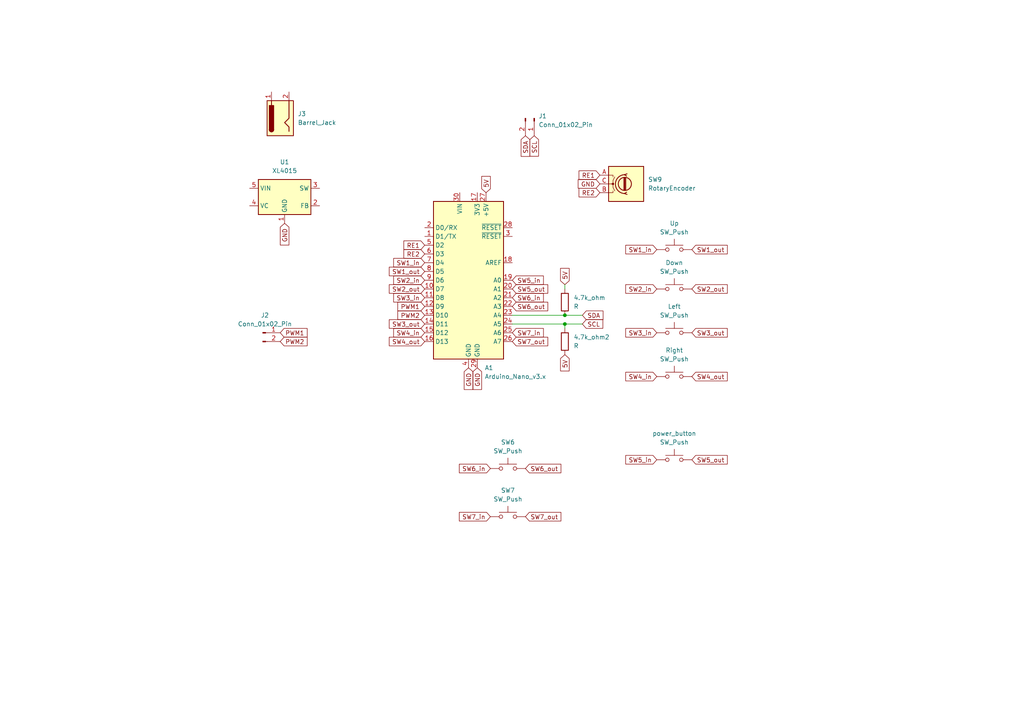
<source format=kicad_sch>
(kicad_sch (version 20250114) (generator "eeschema") (generator_version "9.0")
  (paper "A4")
  (lib_symbols
    (symbol "Connector:Barrel_Jack" (pin_names (offset 1.016))
      (property "Reference" "J" (at 0 5.334 0))
      (property "Value" "Barrel_Jack" (at 0 -5.08 0))
      (symbol "Barrel_Jack_0_1"
        (rectangle (start -5.08 3.81) (end 5.08 -3.81) (stroke (width 0.254)) (fill (type background)))
        (polyline (pts (xy -3.81 -2.54) (xy -2.54 -2.54) (xy -1.27 -1.27) (xy 0 -2.54) (xy 2.54 -2.54) (xy 5.08 -2.54)) (stroke (width 0.254)))
        (arc (start -3.302 1.905) (mid -3.9343 2.54) (end -3.302 3.175) (stroke (width 0.254)))
        (arc (start -3.302 1.905) (mid -3.9343 2.54) (end -3.302 3.175) (stroke (width 0.254)) (fill (type outline)))
        (rectangle (start 3.683 3.175) (end -3.302 1.905) (stroke (width 0.254)) (fill (type outline)))
        (polyline (pts (xy 5.08 2.54) (xy 3.81 2.54)) (stroke (width 0.254)))
      )
      (symbol "Barrel_Jack_1_1"
        (pin passive line (at 7.62 2.54 180) (length 2.54) (name "~") (number "1"))
        (pin passive line (at 7.62 -2.54 180) (length 2.54) (name "~") (number "2"))
      )
    )
    (symbol "Connector:Conn_01x02_Pin" (pin_names (offset 1.016) (hide yes))
      (property "Reference" "J" (at 0 2.54 0))
      (property "Value" "Conn_01x02_Pin" (at 0 -5.08 0))
      (symbol "Conn_01x02_Pin_1_1"
        (rectangle (start 0.8636 0.127) (end 0 -0.127) (stroke (width 0.1524)) (fill (type outline)))
        (rectangle (start 0.8636 -2.413) (end 0 -2.667) (stroke (width 0.1524)) (fill (type outline)))
        (polyline (pts (xy 1.27 0) (xy 0.8636 0)) (stroke (width 0.1524)))
        (polyline (pts (xy 1.27 -2.54) (xy 0.8636 -2.54)) (stroke (width 0.1524)))
        (pin passive line (at 5.08 0 180) (length 3.81) (name "Pin_1") (number "1"))
        (pin passive line (at 5.08 -2.54 180) (length 3.81) (name "Pin_2") (number "2"))
      )
    )
    (symbol "Device:R" (pin_numbers (hide yes)) (pin_names (offset 0))
      (property "Reference" "R" (at 2.032 0 90))
      (property "Value" "R" (at 0 0 90))
      (symbol "R_0_1"
        (rectangle (start -1.016 -2.54) (end 1.016 2.54) (stroke (width 0.254)))
      )
      (symbol "R_1_1"
        (pin passive line (at 0 3.81 270) (length 1.27) (name "~") (number "1"))
        (pin passive line (at 0 -3.81 90) (length 1.27) (name "~") (number "2"))
      )
    )
    (symbol "Device:RotaryEncoder" (pin_names (offset 0.254) (hide yes))
      (property "Reference" "SW" (at 0 6.604 0))
      (property "Value" "RotaryEncoder" (at 0 -6.604 0))
      (symbol "RotaryEncoder_0_1"
        (rectangle (start -5.08 5.08) (end 5.08 -5.08) (stroke (width 0.254)) (fill (type background)))
        (polyline (pts (xy -5.08 2.54) (xy -3.81 2.54) (xy -3.81 2.032)))
        (polyline (pts (xy -5.08 0) (xy -3.81 0) (xy -3.81 -1.016) (xy -3.302 -2.032)))
        (polyline (pts (xy -5.08 -2.54) (xy -3.81 -2.54) (xy -3.81 -2.032)))
        (polyline (pts (xy -4.318 0) (xy -3.81 0) (xy -3.81 1.016) (xy -3.302 2.032)))
        (circle (center -3.81 0) (radius 0.254) (fill (type outline)))
        (polyline (pts (xy -0.635 -1.778) (xy -0.635 1.778)) (stroke (width 0.254)))
        (circle (center -0.381 0) (radius 1.905) (stroke (width 0.254)))
        (polyline (pts (xy -0.381 -1.778) (xy -0.381 1.778)) (stroke (width 0.254)))
        (arc (start -0.381 -2.794) (mid -3.0988 -0.0635) (end -0.381 2.667) (stroke (width 0.254)))
        (polyline (pts (xy -0.127 1.778) (xy -0.127 -1.778)) (stroke (width 0.254)))
        (polyline (pts (xy 0.254 2.921) (xy -0.508 2.667) (xy 0.127 2.286)) (stroke (width 0.254)))
        (polyline (pts (xy 0.254 -3.048) (xy -0.508 -2.794) (xy 0.127 -2.413)) (stroke (width 0.254)))
      )
      (symbol "RotaryEncoder_1_1"
        (pin passive line (at -7.62 2.54 0) (length 2.54) (name "A") (number "A"))
        (pin passive line (at -7.62 0 0) (length 2.54) (name "C") (number "C"))
        (pin passive line (at -7.62 -2.54 0) (length 2.54) (name "B") (number "B"))
      )
    )
    (symbol "MCU_Module:Arduino_Nano_v3.x"
      (property "Reference" "A" (at -10.16 23.495 0))
      (property "Value" "Arduino_Nano_v3.x" (at 5.08 -24.13 0))
      (symbol "Arduino_Nano_v3.x_0_1"
        (rectangle (start -10.16 22.86) (end 10.16 -22.86) (stroke (width 0.254)) (fill (type background)))
      )
      (symbol "Arduino_Nano_v3.x_1_1"
        (pin bidirectional line (at -12.7 15.24 0) (length 2.54) (name "D0/RX") (number "2"))
        (pin bidirectional line (at -12.7 12.7 0) (length 2.54) (name "D1/TX") (number "1"))
        (pin bidirectional line (at -12.7 10.16 0) (length 2.54) (name "D2") (number "5"))
        (pin bidirectional line (at -12.7 7.62 0) (length 2.54) (name "D3") (number "6"))
        (pin bidirectional line (at -12.7 5.08 0) (length 2.54) (name "D4") (number "7"))
        (pin bidirectional line (at -12.7 2.54 0) (length 2.54) (name "D5") (number "8"))
        (pin bidirectional line (at -12.7 0 0) (length 2.54) (name "D6") (number "9"))
        (pin bidirectional line (at -12.7 -2.54 0) (length 2.54) (name "D7") (number "10"))
        (pin bidirectional line (at -12.7 -5.08 0) (length 2.54) (name "D8") (number "11"))
        (pin bidirectional line (at -12.7 -7.62 0) (length 2.54) (name "D9") (number "12"))
        (pin bidirectional line (at -12.7 -10.16 0) (length 2.54) (name "D10") (number "13"))
        (pin bidirectional line (at -12.7 -12.7 0) (length 2.54) (name "D11") (number "14"))
        (pin bidirectional line (at -12.7 -15.24 0) (length 2.54) (name "D12") (number "15"))
        (pin bidirectional line (at -12.7 -17.78 0) (length 2.54) (name "D13") (number "16"))
        (pin power_in line (at -2.54 25.4 270) (length 2.54) (name "VIN") (number "30"))
        (pin power_in line (at 0 -25.4 90) (length 2.54) (name "GND") (number "4"))
        (pin power_out line (at 2.54 25.4 270) (length 2.54) (name "3V3") (number "17"))
        (pin power_in line (at 2.54 -25.4 90) (length 2.54) (name "GND") (number "29"))
        (pin power_out line (at 5.08 25.4 270) (length 2.54) (name "+5V") (number "27"))
        (pin input line (at 12.7 15.24 180) (length 2.54) (name "~{RESET}") (number "28"))
        (pin input line (at 12.7 12.7 180) (length 2.54) (name "~{RESET}") (number "3"))
        (pin input line (at 12.7 5.08 180) (length 2.54) (name "AREF") (number "18"))
        (pin bidirectional line (at 12.7 0 180) (length 2.54) (name "A0") (number "19"))
        (pin bidirectional line (at 12.7 -2.54 180) (length 2.54) (name "A1") (number "20"))
        (pin bidirectional line (at 12.7 -5.08 180) (length 2.54) (name "A2") (number "21"))
        (pin bidirectional line (at 12.7 -7.62 180) (length 2.54) (name "A3") (number "22"))
        (pin bidirectional line (at 12.7 -10.16 180) (length 2.54) (name "A4") (number "23"))
        (pin bidirectional line (at 12.7 -12.7 180) (length 2.54) (name "A5") (number "24"))
        (pin bidirectional line (at 12.7 -15.24 180) (length 2.54) (name "A6") (number "25"))
        (pin bidirectional line (at 12.7 -17.78 180) (length 2.54) (name "A7") (number "26"))
      )
    )
    (symbol "Regulator_Switching:XL4015"
      (property "Reference" "U?" (at -6.35 6.35 0))
      (property "Value" "XL4015" (at 6.35 6.35 0))
      (symbol "XL4015_0_1"
        (rectangle (start -7.62 5.08) (end 7.62 -5.08) (stroke (width 0.254)) (fill (type background)))
      )
      (symbol "XL4015_1_1"
        (pin power_in line (at -10.16 2.54 0) (length 2.54) (name "VIN") (number "5"))
        (pin input line (at -10.16 -2.54 0) (length 2.54) (name "VC") (number "4"))
        (pin power_in line (at 0 -7.62 90) (length 2.54) (name "GND") (number "1"))
        (pin power_out line (at 10.16 2.54 180) (length 2.54) (name "SW") (number "3"))
        (pin input line (at 10.16 -2.54 180) (length 2.54) (name "FB") (number "2"))
      )
    )
    (symbol "Switch:SW_Push" (pin_numbers (hide yes)) (pin_names (offset 1.016) (hide yes))
      (property "Reference" "SW" (at 1.27 2.54 0))
      (property "Value" "SW_Push" (at 0 -1.524 0))
      (symbol "SW_Push_0_1"
        (circle (center -2.032 0) (radius 0.508))
        (polyline (pts (xy 0 1.27) (xy 0 3.048)))
        (circle (center 2.032 0) (radius 0.508))
        (polyline (pts (xy 2.54 1.27) (xy -2.54 1.27)))
        (pin passive line (at -5.08 0 0) (length 2.54) (name "1") (number "1"))
        (pin passive line (at 5.08 0 180) (length 2.54) (name "2") (number "2"))
      )
    )
  )
  (junction (at 163.83 91.44))
  (junction (at 163.83 93.98))
  (wire (pts (xy 148.59 93.98) (xy 163.83 93.98)))
  (wire (pts (xy 168.91 93.98) (xy 163.83 93.98)))
  (wire (pts (xy 168.91 91.44) (xy 163.83 91.44)))
  (wire (pts (xy 163.83 93.98) (xy 163.83 95.25)))
  (wire (pts (xy 148.59 91.44) (xy 163.83 91.44)))
  (wire (pts (xy 163.83 83.82) (xy 163.83 82.55)))
  (global_label "SW1_out" (shape input) (at 200.66 72.39 0) (property "Intersheetrefs" "${INTERSHEET_REFS}" (effects (hide yes))))
  (global_label "SW4_in" (shape input) (at 123.19 96.52 180) (property "Intersheetrefs" "${INTERSHEET_REFS}" (effects (hide yes))))
  (global_label "SW5_in" (shape input) (at 190.5 133.35 180) (property "Intersheetrefs" "${INTERSHEET_REFS}" (effects (hide yes))))
  (global_label "5V" (shape input) (at 163.83 102.87 270) (property "Intersheetrefs" "${INTERSHEET_REFS}" (effects (hide yes))))
  (global_label "5V" (shape input) (at 163.83 82.55 90) (property "Intersheetrefs" "${INTERSHEET_REFS}" (effects (hide yes))))
  (global_label "SW7_in" (shape input) (at 142.24 149.86 180) (property "Intersheetrefs" "${INTERSHEET_REFS}" (effects (hide yes))))
  (global_label "GND" (shape input) (at 82.55 64.77 270) (property "Intersheetrefs" "${INTERSHEET_REFS}" (effects (hide yes))))
  (global_label "RE1" (shape input) (at 173.99 50.8 180) (property "Intersheetrefs" "${INTERSHEET_REFS}" (effects (hide yes))))
  (global_label "SW3_in" (shape input) (at 123.19 86.36 180) (property "Intersheetrefs" "${INTERSHEET_REFS}" (effects (hide yes))))
  (global_label "PWM2" (shape input) (at 81.28 99.06 0) (property "Intersheetrefs" "${INTERSHEET_REFS}" (effects (hide yes))))
  (global_label "SDA" (shape input) (at 168.91 91.44 0) (property "Intersheetrefs" "${INTERSHEET_REFS}" (effects (hide yes))))
  (global_label "SW2_in" (shape input) (at 123.19 81.28 180) (property "Intersheetrefs" "${INTERSHEET_REFS}" (effects (hide yes))))
  (global_label "SW7_out" (shape input) (at 148.59 99.06 0) (property "Intersheetrefs" "${INTERSHEET_REFS}" (effects (hide yes))))
  (global_label "PWM1" (shape input) (at 81.28 96.52 0) (property "Intersheetrefs" "${INTERSHEET_REFS}" (effects (hide yes))))
  (global_label "SW3_in" (shape input) (at 190.5 96.52 180) (property "Intersheetrefs" "${INTERSHEET_REFS}" (effects (hide yes))))
  (global_label "GND" (shape input) (at 173.99 53.34 180) (property "Intersheetrefs" "${INTERSHEET_REFS}" (effects (hide yes))))
  (global_label "SW3_out" (shape input) (at 123.19 93.98 180) (property "Intersheetrefs" "${INTERSHEET_REFS}" (effects (hide yes))))
  (global_label "PWM1" (shape input) (at 123.19 88.9 180) (property "Intersheetrefs" "${INTERSHEET_REFS}" (effects (hide yes))))
  (global_label "SW4_out" (shape input) (at 200.66 109.22 0) (property "Intersheetrefs" "${INTERSHEET_REFS}" (effects (hide yes))))
  (global_label "SW2_in" (shape input) (at 190.5 83.82 180) (property "Intersheetrefs" "${INTERSHEET_REFS}" (effects (hide yes))))
  (global_label "SW4_in" (shape input) (at 190.5 109.22 180) (property "Intersheetrefs" "${INTERSHEET_REFS}" (effects (hide yes))))
  (global_label "GND" (shape input) (at 138.43 106.68 270) (property "Intersheetrefs" "${INTERSHEET_REFS}" (effects (hide yes))))
  (global_label "SW7_out" (shape input) (at 152.4 149.86 0) (property "Intersheetrefs" "${INTERSHEET_REFS}" (effects (hide yes))))
  (global_label "SW5_in" (shape input) (at 148.59 81.28 0) (property "Intersheetrefs" "${INTERSHEET_REFS}" (effects (hide yes))))
  (global_label "SW6_out" (shape input) (at 148.59 88.9 0) (property "Intersheetrefs" "${INTERSHEET_REFS}" (effects (hide yes))))
  (global_label "SW5_out" (shape input) (at 200.66 133.35 0) (property "Intersheetrefs" "${INTERSHEET_REFS}" (effects (hide yes))))
  (global_label "SW4_out" (shape input) (at 123.19 99.06 180) (property "Intersheetrefs" "${INTERSHEET_REFS}" (effects (hide yes))))
  (global_label "SW1_in" (shape input) (at 190.5 72.39 180) (property "Intersheetrefs" "${INTERSHEET_REFS}" (effects (hide yes))))
  (global_label "SW2_out" (shape input) (at 123.19 83.82 180) (property "Intersheetrefs" "${INTERSHEET_REFS}" (effects (hide yes))))
  (global_label "SDA" (shape input) (at 152.4 39.37 270) (property "Intersheetrefs" "${INTERSHEET_REFS}" (effects (hide yes))))
  (global_label "RE1" (shape input) (at 123.19 71.12 180) (property "Intersheetrefs" "${INTERSHEET_REFS}" (effects (hide yes))))
  (global_label "RE2" (shape input) (at 173.99 55.88 180) (property "Intersheetrefs" "${INTERSHEET_REFS}" (effects (hide yes))))
  (global_label "SCL" (shape input) (at 168.91 93.98 0) (property "Intersheetrefs" "${INTERSHEET_REFS}" (effects (hide yes))))
  (global_label "SW6_in" (shape input) (at 148.59 86.36 0) (property "Intersheetrefs" "${INTERSHEET_REFS}" (effects (hide yes))))
  (global_label "SCL" (shape input) (at 154.94 39.37 270) (property "Intersheetrefs" "${INTERSHEET_REFS}" (effects (hide yes))))
  (global_label "GND" (shape input) (at 135.89 106.68 270) (property "Intersheetrefs" "${INTERSHEET_REFS}" (effects (hide yes))))
  (global_label "SW6_in" (shape input) (at 142.24 135.89 180) (property "Intersheetrefs" "${INTERSHEET_REFS}" (effects (hide yes))))
  (global_label "SW5_out" (shape input) (at 148.59 83.82 0) (property "Intersheetrefs" "${INTERSHEET_REFS}" (effects (hide yes))))
  (global_label "SW3_out" (shape input) (at 200.66 96.52 0) (property "Intersheetrefs" "${INTERSHEET_REFS}" (effects (hide yes))))
  (global_label "5V" (shape input) (at 140.97 55.88 90) (property "Intersheetrefs" "${INTERSHEET_REFS}" (effects (hide yes))))
  (global_label "RE2" (shape input) (at 123.19 73.66 180) (property "Intersheetrefs" "${INTERSHEET_REFS}" (effects (hide yes))))
  (global_label "SW1_out" (shape input) (at 123.19 78.74 180) (property "Intersheetrefs" "${INTERSHEET_REFS}" (effects (hide yes))))
  (global_label "SW1_in" (shape input) (at 123.19 76.2 180) (property "Intersheetrefs" "${INTERSHEET_REFS}" (effects (hide yes))))
  (global_label "SW7_in" (shape input) (at 148.59 96.52 0) (property "Intersheetrefs" "${INTERSHEET_REFS}" (effects (hide yes))))
  (global_label "SW6_out" (shape input) (at 152.4 135.89 0) (property "Intersheetrefs" "${INTERSHEET_REFS}" (effects (hide yes))))
  (global_label "PWM2" (shape input) (at 123.19 91.44 180) (property "Intersheetrefs" "${INTERSHEET_REFS}" (effects (hide yes))))
  (global_label "SW2_out" (shape input) (at 200.66 83.82 0) (property "Intersheetrefs" "${INTERSHEET_REFS}" (effects (hide yes))))
  (symbol (lib_id "Device:R") (at 163.83 99.06 0) (unit 1)
    (property "Reference" "4.7k_ohm2" (at 166.37 97.7899 0) (effects (justify left)))
    (property "Value" "R" (at 166.37 100.3299 0) (effects (justify left)))
    (property "Description" "Resistor" (effects (hide yes)))
  )
  (symbol (lib_id "Device:RotaryEncoder") (at 181.61 53.34 0) (unit 1)
    (property "Reference" "SW9" (at 187.96 52.0699 0) (effects (justify left)))
    (property "Value" "RotaryEncoder" (at 187.96 54.6099 0) (effects (justify left)))
    (property "Description" "Rotary encoder, dual channel, incremental quadrate outputs" (effects (hide yes)))
  )
  (symbol (lib_id "Connector:Conn_01x02_Pin") (at 76.2 96.52 0) (unit 1)
    (property "Reference" "J2" (at 76.835 91.44 0))
    (property "Value" "Conn_01x02_Pin" (at 76.835 93.98 0))
    (property "Description" "Generic connector, single row, 01x02, script generated" (effects (hide yes)))
  )
  (symbol (lib_id "Connector:Barrel_Jack") (at 81.28 34.29 90) (unit 1)
    (property "Reference" "J3" (at 86.36 33.0199 90) (effects (justify right)))
    (property "Value" "Barrel_Jack" (at 86.36 35.5599 90) (effects (justify right)))
    (property "Description" "DC Barrel Jack" (effects (hide yes)))
  )
  (symbol (lib_id "Switch:SW_Push") (at 195.58 133.35 0) (unit 1)
    (property "Reference" "power_button" (at 195.58 125.73 0))
    (property "Value" "SW_Push" (at 195.58 128.27 0))
    (property "Description" "Push button switch, generic, two pins" (effects (hide yes)))
  )
  (symbol (lib_id "Switch:SW_Push") (at 147.32 135.89 0) (unit 1)
    (property "Reference" "SW6" (at 147.32 128.27 0))
    (property "Value" "SW_Push" (at 147.32 130.81 0))
    (property "Description" "Push button switch, generic, two pins" (effects (hide yes)))
  )
  (symbol (lib_id "Switch:SW_Push") (at 195.58 96.52 0) (unit 1)
    (property "Reference" "Left" (at 195.58 88.9 0))
    (property "Value" "SW_Push" (at 195.58 91.44 0))
    (property "Description" "Push button switch, generic, two pins" (effects (hide yes)))
  )
  (symbol (lib_id "MCU_Module:Arduino_Nano_v3.x") (at 135.89 81.28 0) (unit 1)
    (property "Reference" "A1" (at 140.5733 106.68 0) (effects (justify left)))
    (property "Value" "Arduino_Nano_v3.x" (at 140.5733 109.22 0) (effects (justify left)))
    (property "Footprint" "Module:Arduino_Nano" (effects (hide yes)))
    (property "Datasheet" "http://www.mouser.com/pdfdocs/Gravitech_Arduino_Nano3_0.pdf" (effects (hide yes)))
    (property "Description" "Arduino Nano v3.x" (effects (hide yes)))
  )
  (symbol (lib_id "Device:R") (at 163.83 87.63 0) (unit 1)
    (property "Reference" "4.7k_ohm" (at 166.37 86.3599 0) (effects (justify left)))
    (property "Value" "R" (at 166.37 88.8999 0) (effects (justify left)))
    (property "Description" "Resistor" (effects (hide yes)))
  )
  (symbol (lib_id "Connector:Conn_01x02_Pin") (at 154.94 34.29 270) (unit 1)
    (property "Reference" "J1" (at 156.21 33.6549 90) (effects (justify left)))
    (property "Value" "Conn_01x02_Pin" (at 156.21 36.1949 90) (effects (justify left)))
    (property "Description" "Generic connector, single row, 01x02, script generated" (effects (hide yes)))
  )
  (symbol (lib_id "Switch:SW_Push") (at 195.58 83.82 0) (unit 1)
    (property "Reference" "Down" (at 195.58 76.2 0))
    (property "Value" "SW_Push" (at 195.58 78.74 0))
    (property "Description" "Push button switch, generic, two pins" (effects (hide yes)))
  )
  (symbol (lib_id "Switch:SW_Push") (at 195.58 109.22 0) (unit 1)
    (property "Reference" "Right" (at 195.58 101.6 0))
    (property "Value" "SW_Push" (at 195.58 104.14 0))
    (property "Description" "Push button switch, generic, two pins" (effects (hide yes)))
  )
  (symbol (lib_id "Switch:SW_Push") (at 147.32 149.86 0) (unit 1)
    (property "Reference" "SW7" (at 147.32 142.24 0))
    (property "Value" "SW_Push" (at 147.32 144.78 0))
    (property "Description" "Push button switch, generic, two pins" (effects (hide yes)))
  )
  (symbol (lib_id "Switch:SW_Push") (at 195.58 72.39 0) (unit 1)
    (property "Reference" "Up" (at 195.58 64.77 0))
    (property "Value" "SW_Push" (at 195.58 67.31 0))
    (property "Description" "Push button switch, generic, two pins" (effects (hide yes)))
  )
  (symbol (lib_id "Regulator_Switching:XL4015") (at 82.55 57.15 0) (unit 1)
    (property "Reference" "U1" (at 82.55 46.99 0))
    (property "Value" "XL4015" (at 82.55 49.53 0))
    (property "Footprint" "Package_TO_SOT_SMD:TO-263-5_TabPin3" (effects (hide yes)))
    (property "Datasheet" "http://www.xlsemi.net/datasheet/XL4015%20datasheet-English.pdf" (effects (hide yes)))
    (property "Description" "5A 180kHz 36V Buck DC to DC Converter" (effects (hide yes)))
  )
)
</source>
